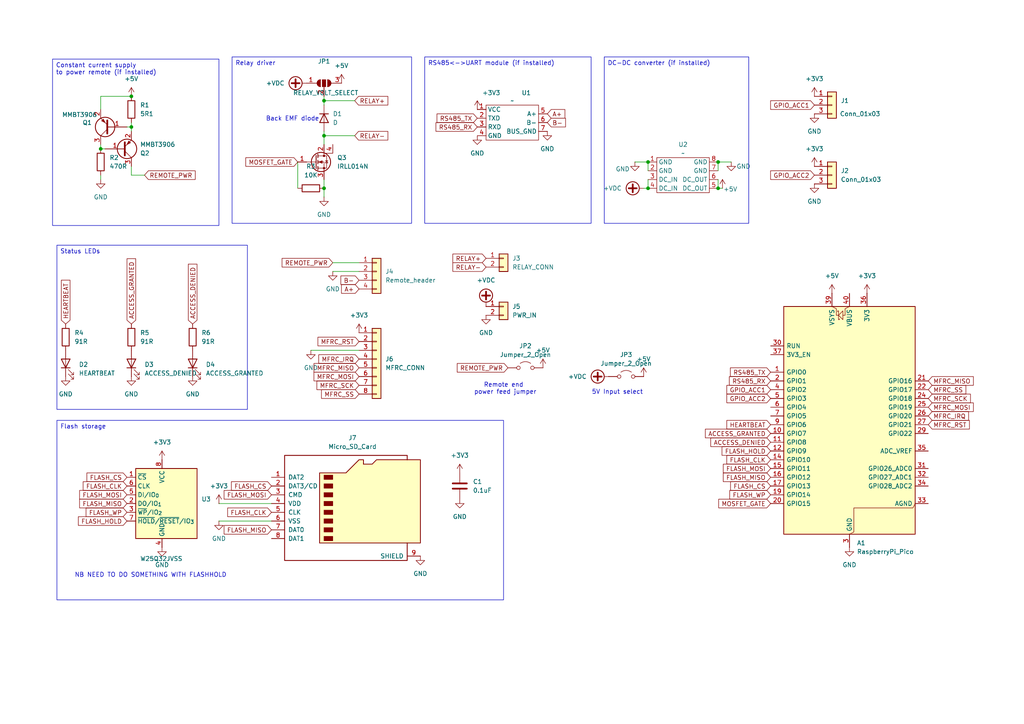
<source format=kicad_sch>
(kicad_sch (version 20250114) (generator "eeschema") (generator_version "9.0")
  (paper "A4")
  (lib_symbols
    (symbol "Connector:Micro_SD_Card" (pin_names (offset 1.016))
      (property "Reference" "J" (at -16.51 15.24 0))
      (property "Value" "Micro_SD_Card" (at 16.51 15.24 0))
      (symbol "Micro_SD_Card_0_1"
        (polyline (pts (xy -8.89 -11.43) (xy -8.89 8.89) (xy -1.27 8.89) (xy 2.54 12.7) (xy 3.81 12.7) (xy 3.81 11.43) (xy 6.35 11.43) (xy 7.62 12.7) (xy 20.32 12.7) (xy 20.32 -11.43) (xy -8.89 -11.43)) (stroke (width 0.254)) (fill (type background)))
        (rectangle (start -7.62 8.255) (end -5.08 6.985) (fill (type outline)))
        (rectangle (start -7.62 5.715) (end -5.08 4.445) (fill (type outline)))
        (rectangle (start -7.62 3.175) (end -5.08 1.905) (fill (type outline)))
        (rectangle (start -7.62 0.635) (end -5.08 -0.635) (fill (type outline)))
        (rectangle (start -7.62 -1.905) (end -5.08 -3.175) (fill (type outline)))
        (rectangle (start -7.62 -4.445) (end -5.08 -5.715) (fill (type outline)))
        (rectangle (start -7.62 -6.985) (end -5.08 -8.255) (fill (type outline)))
        (rectangle (start -7.62 -9.525) (end -5.08 -10.795) (fill (type outline)))
        (polyline (pts (xy 16.51 12.7) (xy 16.51 13.97) (xy -19.05 13.97) (xy -19.05 -16.51) (xy 16.51 -16.51) (xy 16.51 -11.43)) (stroke (width 0.254)))
      )
      (symbol "Micro_SD_Card_1_1"
        (pin bidirectional line (at -22.86 7.62 0) (length 3.81) (name "DAT2") (number "1"))
        (pin bidirectional line (at -22.86 5.08 0) (length 3.81) (name "DAT3/CD") (number "2"))
        (pin input line (at -22.86 2.54 0) (length 3.81) (name "CMD") (number "3"))
        (pin power_in line (at -22.86 0 0) (length 3.81) (name "VDD") (number "4"))
        (pin input line (at -22.86 -2.54 0) (length 3.81) (name "CLK") (number "5"))
        (pin power_in line (at -22.86 -5.08 0) (length 3.81) (name "VSS") (number "6"))
        (pin bidirectional line (at -22.86 -7.62 0) (length 3.81) (name "DAT0") (number "7"))
        (pin bidirectional line (at -22.86 -10.16 0) (length 3.81) (name "DAT1") (number "8"))
        (pin passive line (at 20.32 -15.24 180) (length 3.81) (name "SHIELD") (number "9"))
      )
    )
    (symbol "Connector_Generic:Conn_01x02" (pin_names (offset 1.016) (hide yes))
      (property "Reference" "J" (at 0 2.54 0))
      (property "Value" "Conn_01x02" (at 0 -5.08 0))
      (symbol "Conn_01x02_1_1"
        (rectangle (start -1.27 1.27) (end 1.27 -3.81) (stroke (width 0.254)) (fill (type background)))
        (rectangle (start -1.27 0.127) (end 0 -0.127) (stroke (width 0.1524)))
        (rectangle (start -1.27 -2.413) (end 0 -2.667) (stroke (width 0.1524)))
        (pin passive line (at -5.08 0 0) (length 3.81) (name "Pin_1") (number "1"))
        (pin passive line (at -5.08 -2.54 0) (length 3.81) (name "Pin_2") (number "2"))
      )
    )
    (symbol "Connector_Generic:Conn_01x03" (pin_names (offset 1.016) (hide yes))
      (property "Reference" "J" (at 0 5.08 0))
      (property "Value" "Conn_01x03" (at 0 -5.08 0))
      (symbol "Conn_01x03_1_1"
        (rectangle (start -1.27 3.81) (end 1.27 -3.81) (stroke (width 0.254)) (fill (type background)))
        (rectangle (start -1.27 2.667) (end 0 2.413) (stroke (width 0.1524)))
        (rectangle (start -1.27 0.127) (end 0 -0.127) (stroke (width 0.1524)))
        (rectangle (start -1.27 -2.413) (end 0 -2.667) (stroke (width 0.1524)))
        (pin passive line (at -5.08 2.54 0) (length 3.81) (name "Pin_1") (number "1"))
        (pin passive line (at -5.08 0 0) (length 3.81) (name "Pin_2") (number "2"))
        (pin passive line (at -5.08 -2.54 0) (length 3.81) (name "Pin_3") (number "3"))
      )
    )
    (symbol "Connector_Generic:Conn_01x04" (pin_names (offset 1.016) (hide yes))
      (property "Reference" "J" (at 0 5.08 0))
      (property "Value" "Conn_01x04" (at 0 -7.62 0))
      (symbol "Conn_01x04_1_1"
        (rectangle (start -1.27 3.81) (end 1.27 -6.35) (stroke (width 0.254)) (fill (type background)))
        (rectangle (start -1.27 2.667) (end 0 2.413) (stroke (width 0.1524)))
        (rectangle (start -1.27 0.127) (end 0 -0.127) (stroke (width 0.1524)))
        (rectangle (start -1.27 -2.413) (end 0 -2.667) (stroke (width 0.1524)))
        (rectangle (start -1.27 -4.953) (end 0 -5.207) (stroke (width 0.1524)))
        (pin passive line (at -5.08 2.54 0) (length 3.81) (name "Pin_1") (number "1"))
        (pin passive line (at -5.08 0 0) (length 3.81) (name "Pin_2") (number "2"))
        (pin passive line (at -5.08 -2.54 0) (length 3.81) (name "Pin_3") (number "3"))
        (pin passive line (at -5.08 -5.08 0) (length 3.81) (name "Pin_4") (number "4"))
      )
    )
    (symbol "Connector_Generic:Conn_01x08" (pin_names (offset 1.016) (hide yes))
      (property "Reference" "J" (at 0 10.16 0))
      (property "Value" "Conn_01x08" (at 0 -12.7 0))
      (symbol "Conn_01x08_1_1"
        (rectangle (start -1.27 8.89) (end 1.27 -11.43) (stroke (width 0.254)) (fill (type background)))
        (rectangle (start -1.27 7.747) (end 0 7.493) (stroke (width 0.1524)))
        (rectangle (start -1.27 5.207) (end 0 4.953) (stroke (width 0.1524)))
        (rectangle (start -1.27 2.667) (end 0 2.413) (stroke (width 0.1524)))
        (rectangle (start -1.27 0.127) (end 0 -0.127) (stroke (width 0.1524)))
        (rectangle (start -1.27 -2.413) (end 0 -2.667) (stroke (width 0.1524)))
        (rectangle (start -1.27 -4.953) (end 0 -5.207) (stroke (width 0.1524)))
        (rectangle (start -1.27 -7.493) (end 0 -7.747) (stroke (width 0.1524)))
        (rectangle (start -1.27 -10.033) (end 0 -10.287) (stroke (width 0.1524)))
        (pin passive line (at -5.08 7.62 0) (length 3.81) (name "Pin_1") (number "1"))
        (pin passive line (at -5.08 5.08 0) (length 3.81) (name "Pin_2") (number "2"))
        (pin passive line (at -5.08 2.54 0) (length 3.81) (name "Pin_3") (number "3"))
        (pin passive line (at -5.08 0 0) (length 3.81) (name "Pin_4") (number "4"))
        (pin passive line (at -5.08 -2.54 0) (length 3.81) (name "Pin_5") (number "5"))
        (pin passive line (at -5.08 -5.08 0) (length 3.81) (name "Pin_6") (number "6"))
        (pin passive line (at -5.08 -7.62 0) (length 3.81) (name "Pin_7") (number "7"))
        (pin passive line (at -5.08 -10.16 0) (length 3.81) (name "Pin_8") (number "8"))
      )
    )
    (symbol "Device:C" (pin_numbers (hide yes)) (pin_names (offset 0.254))
      (property "Reference" "C" (at 0.635 2.54 0))
      (property "Value" "C" (at 0.635 -2.54 0))
      (symbol "C_0_1"
        (polyline (pts (xy -2.032 0.762) (xy 2.032 0.762)) (stroke (width 0.508)))
        (polyline (pts (xy -2.032 -0.762) (xy 2.032 -0.762)) (stroke (width 0.508)))
      )
      (symbol "C_1_1"
        (pin passive line (at 0 3.81 270) (length 2.794) (name "~") (number "1"))
        (pin passive line (at 0 -3.81 90) (length 2.794) (name "~") (number "2"))
      )
    )
    (symbol "Device:D" (pin_numbers (hide yes)) (pin_names (offset 1.016) (hide yes))
      (property "Reference" "D" (at 0 2.54 0))
      (property "Value" "D" (at 0 -2.54 0))
      (symbol "D_0_1"
        (polyline (pts (xy -1.27 1.27) (xy -1.27 -1.27)) (stroke (width 0.254)))
        (polyline (pts (xy 1.27 1.27) (xy 1.27 -1.27) (xy -1.27 0) (xy 1.27 1.27)) (stroke (width 0.254)))
        (polyline (pts (xy 1.27 0) (xy -1.27 0)))
      )
      (symbol "D_1_1"
        (pin passive line (at -3.81 0 0) (length 2.54) (name "K") (number "1"))
        (pin passive line (at 3.81 0 180) (length 2.54) (name "A") (number "2"))
      )
    )
    (symbol "Device:LED" (pin_numbers (hide yes)) (pin_names (offset 1.016) (hide yes))
      (property "Reference" "D" (at 0 2.54 0))
      (property "Value" "LED" (at 0 -2.54 0))
      (symbol "LED_0_1"
        (polyline (pts (xy -3.048 -0.762) (xy -4.572 -2.286) (xy -3.81 -2.286) (xy -4.572 -2.286) (xy -4.572 -1.524)))
        (polyline (pts (xy -1.778 -0.762) (xy -3.302 -2.286) (xy -2.54 -2.286) (xy -3.302 -2.286) (xy -3.302 -1.524)))
        (polyline (pts (xy -1.27 0) (xy 1.27 0)))
        (polyline (pts (xy -1.27 -1.27) (xy -1.27 1.27)) (stroke (width 0.254)))
        (polyline (pts (xy 1.27 -1.27) (xy 1.27 1.27) (xy -1.27 0) (xy 1.27 -1.27)) (stroke (width 0.254)))
      )
      (symbol "LED_1_1"
        (pin passive line (at -3.81 0 0) (length 2.54) (name "K") (number "1"))
        (pin passive line (at 3.81 0 180) (length 2.54) (name "A") (number "2"))
      )
    )
    (symbol "Device:R" (pin_numbers (hide yes)) (pin_names (offset 0))
      (property "Reference" "R" (at 2.032 0 90))
      (property "Value" "R" (at 0 0 90))
      (symbol "R_0_1"
        (rectangle (start -1.016 -2.54) (end 1.016 2.54) (stroke (width 0.254)))
      )
      (symbol "R_1_1"
        (pin passive line (at 0 3.81 270) (length 1.27) (name "~") (number "1"))
        (pin passive line (at 0 -3.81 90) (length 1.27) (name "~") (number "2"))
      )
    )
    (symbol "GND_4" (power) (pin_numbers (hide yes)) (pin_names (offset 0) (hide yes))
      (property "Value" "GND" (at 0 -3.81 0))
      (symbol "GND_4_0_1"
        (polyline (pts (xy 0 0) (xy 0 -1.27) (xy 1.27 -1.27) (xy 0 -2.54) (xy -1.27 -1.27) (xy 0 -1.27)))
      )
      (symbol "GND_4_1_1"
        (pin power_in line (at 0 0 270) (length 0) (name "~") (number "1"))
      )
    )
    (symbol "Jumper:Jumper_2_Open" (pin_numbers (hide yes)) (pin_names (offset 0) (hide yes))
      (property "Reference" "JP" (at 0 2.794 0))
      (property "Value" "Jumper_2_Open" (at 0 -2.286 0))
      (symbol "Jumper_2_Open_0_0"
        (circle (center -2.032 0) (radius 0.508))
        (circle (center 2.032 0) (radius 0.508))
      )
      (symbol "Jumper_2_Open_0_1"
        (arc (start -1.524 1.27) (mid 0 1.778) (end 1.524 1.27))
      )
      (symbol "Jumper_2_Open_1_1"
        (pin passive line (at -5.08 0 0) (length 2.54) (name "A") (number "1"))
        (pin passive line (at 5.08 0 180) (length 2.54) (name "B") (number "2"))
      )
    )
    (symbol "Jumper:SolderJumper_3_Open" (pin_names (offset 0) (hide yes)) (in_bom no)
      (property "Reference" "JP" (at -2.54 -2.54 0))
      (property "Value" "SolderJumper_3_Open" (at 0 2.794 0))
      (symbol "SolderJumper_3_Open_0_1"
        (polyline (pts (xy -2.54 0) (xy -2.032 0)))
        (polyline (pts (xy -1.016 1.016) (xy -1.016 -1.016)))
        (arc (start -1.016 -1.016) (mid -2.0276 0) (end -1.016 1.016))
        (arc (start -1.016 -1.016) (mid -2.0276 0) (end -1.016 1.016) (fill (type outline)))
        (rectangle (start -0.508 1.016) (end 0.508 -1.016) (fill (type outline)))
        (polyline (pts (xy 0 -1.27) (xy 0 -1.016)))
        (arc (start 1.016 1.016) (mid 2.0276 0) (end 1.016 -1.016))
        (arc (start 1.016 1.016) (mid 2.0276 0) (end 1.016 -1.016) (fill (type outline)))
        (polyline (pts (xy 1.016 1.016) (xy 1.016 -1.016)))
        (polyline (pts (xy 2.54 0) (xy 2.032 0)))
      )
      (symbol "SolderJumper_3_Open_1_1"
        (pin passive line (at -5.08 0 0) (length 2.54) (name "A") (number "1"))
        (pin passive line (at 0 -3.81 90) (length 2.54) (name "C") (number "2"))
        (pin passive line (at 5.08 0 180) (length 2.54) (name "B") (number "3"))
      )
    )
    (symbol "MCU_Module:RaspberryPi_Pico" (pin_names (offset 0.762))
      (property "Reference" "A" (at -19.05 35.56 0))
      (property "Value" "RaspberryPi_Pico" (at 7.62 35.56 0))
      (symbol "RaspberryPi_Pico_0_1"
        (rectangle (start -19.05 34.29) (end 19.05 -31.75) (stroke (width 0.254)) (fill (type background)))
        (polyline (pts (xy -5.08 34.29) (xy -3.81 33.655) (xy -3.81 31.75) (xy -3.175 31.75)))
        (polyline (pts (xy -3.429 32.766) (xy -3.429 33.02) (xy -3.175 33.02) (xy -3.175 30.48) (xy -2.921 30.48) (xy -2.921 30.734)))
        (polyline (pts (xy -3.175 31.75) (xy -1.905 33.02) (xy -1.905 30.48) (xy -3.175 31.75)))
        (polyline (pts (xy 0 34.29) (xy -1.27 33.655) (xy -1.27 31.75) (xy -1.905 31.75)))
        (polyline (pts (xy 0 -31.75) (xy 1.27 -31.115) (xy 1.27 -24.13) (xy 18.415 -24.13) (xy 19.05 -22.86)))
      )
      (symbol "RaspberryPi_Pico_1_1"
        (pin passive line (at -22.86 22.86 0) (length 3.81) (name "RUN") (number "30"))
        (pin passive line (at -22.86 20.32 0) (length 3.81) (name "3V3_EN") (number "37"))
        (pin bidirectional line (at -22.86 15.24 0) (length 3.81) (name "GPIO0") (number "1"))
        (pin bidirectional line (at -22.86 12.7 0) (length 3.81) (name "GPIO1") (number "2"))
        (pin bidirectional line (at -22.86 10.16 0) (length 3.81) (name "GPIO2") (number "4"))
        (pin bidirectional line (at -22.86 7.62 0) (length 3.81) (name "GPIO3") (number "5"))
        (pin bidirectional line (at -22.86 5.08 0) (length 3.81) (name "GPIO4") (number "6"))
        (pin bidirectional line (at -22.86 2.54 0) (length 3.81) (name "GPIO5") (number "7"))
        (pin bidirectional line (at -22.86 0 0) (length 3.81) (name "GPIO6") (number "9"))
        (pin bidirectional line (at -22.86 -2.54 0) (length 3.81) (name "GPIO7") (number "10"))
        (pin bidirectional line (at -22.86 -5.08 0) (length 3.81) (name "GPIO8") (number "11"))
        (pin bidirectional line (at -22.86 -7.62 0) (length 3.81) (name "GPIO9") (number "12"))
        (pin bidirectional line (at -22.86 -10.16 0) (length 3.81) (name "GPIO10") (number "14"))
        (pin bidirectional line (at -22.86 -12.7 0) (length 3.81) (name "GPIO11") (number "15"))
        (pin bidirectional line (at -22.86 -15.24 0) (length 3.81) (name "GPIO12") (number "16"))
        (pin bidirectional line (at -22.86 -17.78 0) (length 3.81) (name "GPIO13") (number "17"))
        (pin bidirectional line (at -22.86 -20.32 0) (length 3.81) (name "GPIO14") (number "19"))
        (pin bidirectional line (at -22.86 -22.86 0) (length 3.81) (name "GPIO15") (number "20"))
        (pin power_in line (at -5.08 38.1 270) (length 3.81) (name "VSYS") (number "39"))
        (pin power_out line (at 0 38.1 270) (length 3.81) (name "VBUS") (number "40"))
        (pin passive line (at 0 -35.56 90) (length 3.81) (hide yes) (name "GND") (number "13"))
        (pin passive line (at 0 -35.56 90) (length 3.81) (hide yes) (name "GND") (number "18"))
        (pin passive line (at 0 -35.56 90) (length 3.81) (hide yes) (name "GND") (number "23"))
        (pin passive line (at 0 -35.56 90) (length 3.81) (hide yes) (name "GND") (number "28"))
        (pin power_out line (at 0 -35.56 90) (length 3.81) (name "GND") (number "3"))
        (pin passive line (at 0 -35.56 90) (length 3.81) (hide yes) (name "GND") (number "38"))
        (pin passive line (at 0 -35.56 90) (length 3.81) (hide yes) (name "GND") (number "8"))
        (pin power_out line (at 5.08 38.1 270) (length 3.81) (name "3V3") (number "36"))
        (pin bidirectional line (at 22.86 12.7 180) (length 3.81) (name "GPIO16") (number "21"))
        (pin bidirectional line (at 22.86 10.16 180) (length 3.81) (name "GPIO17") (number "22"))
        (pin bidirectional line (at 22.86 7.62 180) (length 3.81) (name "GPIO18") (number "24"))
        (pin bidirectional line (at 22.86 5.08 180) (length 3.81) (name "GPIO19") (number "25"))
        (pin bidirectional line (at 22.86 2.54 180) (length 3.81) (name "GPIO20") (number "26"))
        (pin bidirectional line (at 22.86 0 180) (length 3.81) (name "GPIO21") (number "27"))
        (pin bidirectional line (at 22.86 -2.54 180) (length 3.81) (name "GPIO22") (number "29"))
        (pin power_in line (at 22.86 -7.62 180) (length 3.81) (name "ADC_VREF") (number "35"))
        (pin bidirectional line (at 22.86 -12.7 180) (length 3.81) (name "GPIO26_ADC0") (number "31"))
        (pin bidirectional line (at 22.86 -15.24 180) (length 3.81) (name "GPIO27_ADC1") (number "32"))
        (pin bidirectional line (at 22.86 -17.78 180) (length 3.81) (name "GPIO28_ADC2") (number "34"))
        (pin power_out line (at 22.86 -22.86 180) (length 3.81) (name "AGND") (number "33"))
      )
    )
    (symbol "Memory_Flash:W25Q32JVSS"
      (property "Reference" "U" (at -6.35 11.43 0))
      (property "Value" "W25Q32JVSS" (at 7.62 11.43 0))
      (symbol "W25Q32JVSS_0_1"
        (rectangle (start -7.62 10.16) (end 10.16 -10.16) (stroke (width 0.254)) (fill (type background)))
      )
      (symbol "W25Q32JVSS_1_1"
        (pin input line (at -10.16 7.62 0) (length 2.54) (name "~{CS}") (number "1"))
        (pin input line (at -10.16 5.08 0) (length 2.54) (name "CLK") (number "6"))
        (pin bidirectional line (at -10.16 2.54 0) (length 2.54) (name "DI/IO_{0}") (number "5"))
        (pin bidirectional line (at -10.16 0 0) (length 2.54) (name "DO/IO_{1}") (number "2"))
        (pin bidirectional line (at -10.16 -2.54 0) (length 2.54) (name "~{WP}/IO_{2}") (number "3"))
        (pin bidirectional line (at -10.16 -5.08 0) (length 2.54) (name "~{HOLD}/~{RESET}/IO_{3}") (number "7"))
        (pin power_in line (at 0 12.7 270) (length 2.54) (name "VCC") (number "8"))
        (pin power_in line (at 0 -12.7 90) (length 2.54) (name "GND") (number "4"))
      )
    )
    (symbol "RS485_to_ttl:RS485_to_ttl"
      (property "Reference" "U" (at 0 -12.446 0))
      (symbol "RS485_to_ttl_0_1"
        (rectangle (start -7.62 5.08) (end 7.62 -5.08))
      )
      (symbol "RS485_to_ttl_1_1"
        (pin power_in line (at -10.16 3.81 0) (length 2.54) (name "VCC") (number "1"))
        (pin input line (at -10.16 1.27 0) (length 2.54) (name "TXD") (number "2"))
        (pin output line (at -10.16 -1.27 0) (length 2.54) (name "RXD") (number "3"))
        (pin power_in line (at -10.16 -3.81 0) (length 2.54) (name "GND") (number "4"))
        (pin bidirectional line (at 10.16 2.54 180) (length 2.54) (name "A+") (number "5"))
        (pin bidirectional line (at 10.16 0 180) (length 2.54) (name "B-") (number "6"))
        (pin power_in line (at 10.16 -2.54 180) (length 2.54) (name "BUS_GND") (number "7"))
      )
    )
    (symbol "Transistor_BJT:MMBT3906" (pin_names (offset 0) (hide yes))
      (property "Reference" "Q" (at 5.08 1.905 0))
      (property "Value" "MMBT3906" (at 5.08 0 0))
      (symbol "MMBT3906_0_1"
        (polyline (pts (xy 0.635 1.905) (xy 0.635 -1.905) (xy 0.635 -1.905)) (stroke (width 0.508)))
        (polyline (pts (xy 0.635 0.635) (xy 2.54 2.54)))
        (polyline (pts (xy 0.635 -0.635) (xy 2.54 -2.54) (xy 2.54 -2.54)))
        (circle (center 1.27 0) (radius 2.8194) (stroke (width 0.254)))
        (polyline (pts (xy 2.286 -1.778) (xy 1.778 -2.286) (xy 1.27 -1.27) (xy 2.286 -1.778) (xy 2.286 -1.778)) (fill (type outline)))
      )
      (symbol "MMBT3906_1_1"
        (pin input line (at -5.08 0 0) (length 5.715) (name "B") (number "1"))
        (pin passive line (at 2.54 5.08 270) (length 2.54) (name "C") (number "3"))
        (pin passive line (at 2.54 -5.08 90) (length 2.54) (name "E") (number "2"))
      )
    )
    (symbol "Transistor_FET:Q_NMOS_GDSD" (pin_names (offset 0) (hide yes))
      (property "Reference" "Q" (at 5.08 1.905 0))
      (property "Value" "Q_NMOS_GDSD" (at 5.08 0 0))
      (symbol "Q_NMOS_GDSD_0_1"
        (polyline (pts (xy 0.254 1.905) (xy 0.254 -1.905)) (stroke (width 0.254)))
        (polyline (pts (xy 0.254 0) (xy -2.54 0)))
        (polyline (pts (xy 0.762 2.286) (xy 0.762 1.27)) (stroke (width 0.254)))
        (polyline (pts (xy 0.762 0.508) (xy 0.762 -0.508)) (stroke (width 0.254)))
        (polyline (pts (xy 0.762 -1.27) (xy 0.762 -2.286)) (stroke (width 0.254)))
        (polyline (pts (xy 0.762 -1.778) (xy 3.302 -1.778) (xy 3.302 1.778) (xy 0.762 1.778)))
        (polyline (pts (xy 1.016 0) (xy 2.032 0.381) (xy 2.032 -0.381) (xy 1.016 0)) (fill (type outline)))
        (circle (center 1.651 0) (radius 2.794) (stroke (width 0.254)))
        (circle (center 2.54 1.778) (radius 0.254) (fill (type outline)))
        (circle (center 2.54 -1.778) (radius 0.254) (fill (type outline)))
        (polyline (pts (xy 2.54 -2.54) (xy 2.54 0) (xy 0.762 0)))
        (polyline (pts (xy 2.921 0.381) (xy 3.683 0.381)))
        (polyline (pts (xy 3.302 0.381) (xy 2.921 -0.254) (xy 3.683 -0.254) (xy 3.302 0.381)))
        (polyline (pts (xy 5.08 2.54) (xy 2.54 2.54) (xy 2.54 1.778)))
      )
      (symbol "Q_NMOS_GDSD_1_1"
        (pin input line (at -5.08 0 0) (length 2.54) (name "G") (number "1"))
        (pin passive line (at 2.54 5.08 270) (length 2.54) (name "D") (number "2"))
        (pin passive line (at 2.54 -5.08 90) (length 2.54) (name "S") (number "3"))
        (pin passive line (at 5.08 5.08 270) (length 2.54) (name "D") (number "4"))
      )
    )
    (symbol "dc_dc:HW-1338"
      (property "Reference" "U" (at 0 0 0))
      (symbol "HW-1338_0_1"
        (rectangle (start -7.62 6.35) (end 7.62 -3.81))
      )
      (symbol "HW-1338_1_1"
        (pin input line (at -10.16 5.08 0) (length 2.54) (name "GND") (number "1"))
        (pin input line (at -10.16 2.54 0) (length 2.54) (name "GND") (number "2"))
        (pin input line (at -10.16 0 0) (length 2.54) (name "DC_IN") (number "3"))
        (pin input line (at -10.16 -2.54 0) (length 2.54) (name "DC_IN") (number "4"))
        (pin output line (at 10.16 5.08 180) (length 2.54) (name "GND") (number "8"))
        (pin output line (at 10.16 2.54 180) (length 2.54) (name "GND") (number "7"))
        (pin output line (at 10.16 0 180) (length 2.54) (name "DC_OUT") (number "6"))
        (pin output line (at 10.16 -2.54 180) (length 2.54) (name "DC_OUT") (number "5"))
      )
    )
    (symbol "power:+3V3" (power) (pin_numbers (hide yes)) (pin_names (offset 0) (hide yes))
      (property "Value" "+3V3" (at 0 3.556 0))
      (symbol "+3V3_0_1"
        (polyline (pts (xy -0.762 1.27) (xy 0 2.54)))
        (polyline (pts (xy 0 2.54) (xy 0.762 1.27)))
        (polyline (pts (xy 0 0) (xy 0 2.54)))
      )
      (symbol "+3V3_1_1"
        (pin power_in line (at 0 0 90) (length 0) (name "~") (number "1"))
      )
    )
    (symbol "power:+5V" (power) (pin_numbers (hide yes)) (pin_names (offset 0) (hide yes))
      (property "Value" "+5V" (at 0 3.556 0))
      (symbol "+5V_0_1"
        (polyline (pts (xy -0.762 1.27) (xy 0 2.54)))
        (polyline (pts (xy 0 2.54) (xy 0.762 1.27)))
        (polyline (pts (xy 0 0) (xy 0 2.54)))
      )
      (symbol "+5V_1_1"
        (pin power_in line (at 0 0 90) (length 0) (name "~") (number "1"))
      )
    )
    (symbol "power:+VDC" (power) (pin_numbers (hide yes)) (pin_names (offset 0) (hide yes))
      (property "Value" "+VDC" (at 0 6.35 0))
      (symbol "+VDC_0_1"
        (polyline (pts (xy -1.143 3.175) (xy 1.143 3.175)) (stroke (width 0.508)))
        (circle (center 0 3.175) (radius 1.905) (stroke (width 0.254)))
        (polyline (pts (xy 0 2.032) (xy 0 4.318)) (stroke (width 0.508)))
        (polyline (pts (xy 0 0) (xy 0 1.27)))
      )
      (symbol "+VDC_1_1"
        (pin power_in line (at 0 0 90) (length 0) (name "~") (number "1"))
      )
    )
    (symbol "power:GND" (power) (pin_numbers (hide yes)) (pin_names (offset 0) (hide yes))
      (property "Value" "GND" (at 0 -3.81 0))
      (symbol "GND_0_1"
        (polyline (pts (xy 0 0) (xy 0 -1.27) (xy 1.27 -1.27) (xy 0 -2.54) (xy -1.27 -1.27) (xy 0 -1.27)))
      )
      (symbol "GND_1_1"
        (pin power_in line (at 0 0 270) (length 0) (name "~") (number "1"))
      )
    )
  )
  (text "NB NEED TO DO SOMETHING WITH FLASHHOLD" (at 43.688 166.878 0) (effects (font (size 1.27 1.27))))
  (text "Back EMF diode" (at 84.836 34.544 0) (effects (font (size 1.27 1.27))))
  (text "Remote end \npower feed jumper" (at 146.558 112.776 0) (effects (font (size 1.27 1.27))))
  (text "5V Input select" (at 179.07 113.792 0) (effects (font (size 1.27 1.27))))
  (text_box "Status LEDs" (at 16.51 71.12 0) (size 55.245 47.625) (margins 0.9525 0.9525 0.9525 0.9525) (effects (font (size 1.27 1.27)) (justify left top)))
  (text_box "DC-DC converter (if installed)" (at 175.26 16.51 0) (size 41.91 48.26) (margins 0.9525 0.9525 0.9525 0.9525) (effects (font (size 1.27 1.27)) (justify left top)))
  (text_box "Relay driver" (at 67.31 16.51 0) (size 52.07 48.26) (margins 0.9525 0.9525 0.9525 0.9525) (effects (font (size 1.27 1.27)) (justify left top)))
  (text_box "RS485<->UART module (if installed)" (at 123.19 16.51 0) (size 48.26 48.26) (margins 0.9525 0.9525 0.9525 0.9525) (effects (font (size 1.27 1.27)) (justify left top)))
  (text_box "Flash storage" (at 16.51 121.92 0) (size 129.54 52.07) (margins 0.9525 0.9525 0.9525 0.9525) (effects (font (size 1.27 1.27)) (justify left top)))
  (text_box "Constant current supply\nto power remote (if installed)" (at 15.24 17.145 0) (size 48.26 48.26) (margins 0.9525 0.9525 0.9525 0.9525) (effects (font (size 1.27 1.27)) (justify left top)))
  (junction (at 93.98 39.37))
  (junction (at 29.21 43.18))
  (junction (at 208.28 54.61))
  (junction (at 38.1 36.83))
  (junction (at 208.28 46.99))
  (junction (at 187.96 46.99))
  (junction (at 38.1 27.94))
  (junction (at 93.98 29.21))
  (junction (at 187.96 54.61))
  (junction (at 93.98 54.61))
  (wire (pts (xy 208.28 54.61) (xy 209.55 54.61)))
  (wire (pts (xy 38.1 36.83) (xy 38.1 38.1)))
  (wire (pts (xy 208.28 46.99) (xy 208.28 49.53)))
  (wire (pts (xy 29.21 41.91) (xy 29.21 43.18)))
  (wire (pts (xy 93.98 39.37) (xy 93.98 38.1)))
  (wire (pts (xy 29.21 50.8) (xy 29.21 52.07)))
  (wire (pts (xy 38.1 35.56) (xy 38.1 36.83)))
  (wire (pts (xy 208.28 52.07) (xy 208.28 54.61)))
  (wire (pts (xy 96.52 78.74) (xy 104.14 78.74)))
  (wire (pts (xy 93.98 27.94) (xy 93.98 29.21)))
  (wire (pts (xy 187.96 46.99) (xy 187.96 49.53)))
  (wire (pts (xy 63.5 146.05) (xy 78.74 146.05)))
  (wire (pts (xy 93.98 29.21) (xy 93.98 30.48)))
  (wire (pts (xy 184.15 46.99) (xy 187.96 46.99)))
  (wire (pts (xy 29.21 27.94) (xy 29.21 31.75)))
  (wire (pts (xy 86.36 46.99) (xy 86.36 54.61)))
  (wire (pts (xy 63.5 151.13) (xy 78.74 151.13)))
  (wire (pts (xy 90.17 101.6) (xy 104.14 101.6)))
  (wire (pts (xy 38.1 27.94) (xy 29.21 27.94)))
  (wire (pts (xy 38.1 48.26) (xy 38.1 50.8)))
  (wire (pts (xy 208.28 46.99) (xy 212.09 46.99)))
  (wire (pts (xy 186.69 54.61) (xy 187.96 54.61)))
  (wire (pts (xy 93.98 57.15) (xy 93.98 54.61)))
  (wire (pts (xy 187.96 52.07) (xy 187.96 54.61)))
  (wire (pts (xy 93.98 39.37) (xy 102.87 39.37)))
  (wire (pts (xy 29.21 43.18) (xy 30.48 43.18)))
  (wire (pts (xy 93.98 54.61) (xy 93.98 52.07)))
  (wire (pts (xy 93.98 39.37) (xy 93.98 41.91)))
  (wire (pts (xy 38.1 50.8) (xy 41.91 50.8)))
  (wire (pts (xy 102.87 29.21) (xy 93.98 29.21)))
  (wire (pts (xy 96.52 76.2) (xy 104.14 76.2)))
  (wire (pts (xy 36.83 36.83) (xy 38.1 36.83)))
  (global_label "RS485_RX" (shape input) (at 223.52 110.49 180) (property "Intersheetrefs" "${INTERSHEET_REFS}" (effects (hide yes))))
  (global_label "MFRC_IRQ" (shape input) (at 269.24 120.65 0) (property "Intersheetrefs" "${INTERSHEET_REFS}" (effects (hide yes))))
  (global_label "RELAY-" (shape input) (at 102.87 39.37 0) (property "Intersheetrefs" "${INTERSHEET_REFS}" (effects (hide yes))))
  (global_label "HEARTBEAT" (shape input) (at 223.52 123.19 180) (property "Intersheetrefs" "${INTERSHEET_REFS}" (effects (hide yes))))
  (global_label "MOSFET_GATE" (shape input) (at 86.36 46.99 180) (property "Intersheetrefs" "${INTERSHEET_REFS}" (effects (hide yes))))
  (global_label "REMOTE_PWR" (shape input) (at 41.91 50.8 0) (property "Intersheetrefs" "${INTERSHEET_REFS}" (effects (hide yes))))
  (global_label "ACCESS_DENIED" (shape input) (at 55.88 93.98 90) (property "Intersheetrefs" "${INTERSHEET_REFS}" (effects (hide yes))))
  (global_label "GPIO_ACC1" (shape input) (at 223.52 113.03 180) (property "Intersheetrefs" "${INTERSHEET_REFS}" (effects (hide yes))))
  (global_label "MFRC_RST" (shape input) (at 269.24 123.19 0) (property "Intersheetrefs" "${INTERSHEET_REFS}" (effects (hide yes))))
  (global_label "GPIO_ACC2" (shape input) (at 236.22 50.8 180) (property "Intersheetrefs" "${INTERSHEET_REFS}" (effects (hide yes))))
  (global_label "MFRC_MISO" (shape input) (at 104.14 106.68 180) (property "Intersheetrefs" "${INTERSHEET_REFS}" (effects (hide yes))))
  (global_label "MFRC_SCK" (shape input) (at 104.14 111.76 180) (property "Intersheetrefs" "${INTERSHEET_REFS}" (effects (hide yes))))
  (global_label "FLASH_CLK" (shape input) (at 36.83 140.97 180) (property "Intersheetrefs" "${INTERSHEET_REFS}" (effects (hide yes))))
  (global_label "MFRC_SCK" (shape input) (at 269.24 115.57 0) (property "Intersheetrefs" "${INTERSHEET_REFS}" (effects (hide yes))))
  (global_label "REMOTE_PWR" (shape input) (at 147.32 106.68 180) (property "Intersheetrefs" "${INTERSHEET_REFS}" (effects (hide yes))))
  (global_label "FLASH_HOLD" (shape input) (at 223.52 130.81 180) (property "Intersheetrefs" "${INTERSHEET_REFS}" (effects (hide yes))))
  (global_label "MFRC_IRQ" (shape input) (at 104.14 104.14 180) (property "Intersheetrefs" "${INTERSHEET_REFS}" (effects (hide yes))))
  (global_label "FLASH_MISO" (shape input) (at 223.52 138.43 180) (property "Intersheetrefs" "${INTERSHEET_REFS}" (effects (hide yes))))
  (global_label "B-" (shape input) (at 104.14 81.28 180) (property "Intersheetrefs" "${INTERSHEET_REFS}" (effects (hide yes))))
  (global_label "FLASH_CS" (shape input) (at 36.83 138.43 180) (property "Intersheetrefs" "${INTERSHEET_REFS}" (effects (hide yes))))
  (global_label "A+" (shape input) (at 104.14 83.82 180) (property "Intersheetrefs" "${INTERSHEET_REFS}" (effects (hide yes))))
  (global_label "FLASH_MOSI" (shape input) (at 78.74 143.51 180) (property "Intersheetrefs" "${INTERSHEET_REFS}" (effects (hide yes))))
  (global_label "FLASH_CS" (shape input) (at 223.52 140.97 180) (property "Intersheetrefs" "${INTERSHEET_REFS}" (effects (hide yes))))
  (global_label "GPIO_ACC1" (shape input) (at 236.22 30.48 180) (property "Intersheetrefs" "${INTERSHEET_REFS}" (effects (hide yes))))
  (global_label "RS485_RX" (shape input) (at 138.43 36.83 180) (property "Intersheetrefs" "${INTERSHEET_REFS}" (effects (hide yes))))
  (global_label "ACCESS_DENIED" (shape input) (at 223.52 128.27 180) (property "Intersheetrefs" "${INTERSHEET_REFS}" (effects (hide yes))))
  (global_label "B-" (shape input) (at 158.75 35.56 0) (property "Intersheetrefs" "${INTERSHEET_REFS}" (effects (hide yes))))
  (global_label "FLASH_CS" (shape input) (at 78.74 140.97 180) (property "Intersheetrefs" "${INTERSHEET_REFS}" (effects (hide yes))))
  (global_label "MFRC_SS" (shape input) (at 269.24 113.03 0) (property "Intersheetrefs" "${INTERSHEET_REFS}" (effects (hide yes))))
  (global_label "RS485_TX" (shape input) (at 223.52 107.95 180) (property "Intersheetrefs" "${INTERSHEET_REFS}" (effects (hide yes))))
  (global_label "FLASH_MISO" (shape input) (at 78.74 153.67 180) (property "Intersheetrefs" "${INTERSHEET_REFS}" (effects (hide yes))))
  (global_label "ACCESS_GRANTED" (shape input) (at 223.52 125.73 180) (property "Intersheetrefs" "${INTERSHEET_REFS}" (effects (hide yes))))
  (global_label "RELAY+" (shape input) (at 102.87 29.21 0) (property "Intersheetrefs" "${INTERSHEET_REFS}" (effects (hide yes))))
  (global_label "FLASH_CLK" (shape input) (at 223.52 133.35 180) (property "Intersheetrefs" "${INTERSHEET_REFS}" (effects (hide yes))))
  (global_label "MFRC_SS" (shape input) (at 104.14 114.3 180) (property "Intersheetrefs" "${INTERSHEET_REFS}" (effects (hide yes))))
  (global_label "RS485_TX" (shape input) (at 138.43 34.29 180) (property "Intersheetrefs" "${INTERSHEET_REFS}" (effects (hide yes))))
  (global_label "FLASH_MISO" (shape input) (at 36.83 146.05 180) (property "Intersheetrefs" "${INTERSHEET_REFS}" (effects (hide yes))))
  (global_label "REMOTE_PWR" (shape input) (at 96.52 76.2 180) (property "Intersheetrefs" "${INTERSHEET_REFS}" (effects (hide yes))))
  (global_label "MFRC_MISO" (shape input) (at 269.24 110.49 0) (property "Intersheetrefs" "${INTERSHEET_REFS}" (effects (hide yes))))
  (global_label "FLASH_HOLD" (shape input) (at 36.83 151.13 180) (property "Intersheetrefs" "${INTERSHEET_REFS}" (effects (hide yes))))
  (global_label "FLASH_WP" (shape input) (at 36.83 148.59 180) (property "Intersheetrefs" "${INTERSHEET_REFS}" (effects (hide yes))))
  (global_label "A+" (shape input) (at 158.75 33.02 0) (property "Intersheetrefs" "${INTERSHEET_REFS}" (effects (hide yes))))
  (global_label "RELAY+" (shape input) (at 140.97 74.93 180) (property "Intersheetrefs" "${INTERSHEET_REFS}" (effects (hide yes))))
  (global_label "FLASH_MOSI" (shape input) (at 36.83 143.51 180) (property "Intersheetrefs" "${INTERSHEET_REFS}" (effects (hide yes))))
  (global_label "RELAY-" (shape input) (at 140.97 77.47 180) (property "Intersheetrefs" "${INTERSHEET_REFS}" (effects (hide yes))))
  (global_label "FLASH_CLK" (shape input) (at 78.74 148.59 180) (property "Intersheetrefs" "${INTERSHEET_REFS}" (effects (hide yes))))
  (global_label "ACCESS_GRANTED" (shape input) (at 38.1 93.98 90) (property "Intersheetrefs" "${INTERSHEET_REFS}" (effects (hide yes))))
  (global_label "GPIO_ACC2" (shape input) (at 223.52 115.57 180) (property "Intersheetrefs" "${INTERSHEET_REFS}" (effects (hide yes))))
  (global_label "FLASH_WP" (shape input) (at 223.52 143.51 180) (property "Intersheetrefs" "${INTERSHEET_REFS}" (effects (hide yes))))
  (global_label "HEARTBEAT" (shape input) (at 19.05 93.98 90) (property "Intersheetrefs" "${INTERSHEET_REFS}" (effects (hide yes))))
  (global_label "FLASH_MOSI" (shape input) (at 223.52 135.89 180) (property "Intersheetrefs" "${INTERSHEET_REFS}" (effects (hide yes))))
  (global_label "MFRC_MOSI" (shape input) (at 269.24 118.11 0) (property "Intersheetrefs" "${INTERSHEET_REFS}" (effects (hide yes))))
  (global_label "MFRC_MOSI" (shape input) (at 104.14 109.22 180) (property "Intersheetrefs" "${INTERSHEET_REFS}" (effects (hide yes))))
  (global_label "MFRC_RST" (shape input) (at 104.14 99.06 180) (property "Intersheetrefs" "${INTERSHEET_REFS}" (effects (hide yes))))
  (global_label "MOSFET_GATE" (shape input) (at 223.52 146.05 180) (property "Intersheetrefs" "${INTERSHEET_REFS}" (effects (hide yes))))
  (symbol (lib_id "Device:C") (at 133.35 140.97 0) (unit 1)
    (property "Reference" "C1" (at 137.16 139.6999 0) (effects (justify left)))
    (property "Value" "0.1uF" (at 137.16 142.2399 0) (effects (justify left)))
    (property "Footprint" "Capacitor_SMD:C_1206_3216Metric_Pad1.33x1.80mm_HandSolder" (effects (hide yes)))
    (property "Description" "Unpolarized capacitor" (effects (hide yes)))
  )
  (symbol (lib_id "power:GND") (at 184.15 46.99 0) (unit 1)
    (property "Reference" "#PWR09" (effects (hide yes)))
    (property "Value" "GND" (at 180.594 49.022 0))
    (property "Description" "Power symbol creates a global label with name \"GND\" , ground" (effects (hide yes)))
  )
  (symbol (lib_id "power:GND") (at 140.97 91.44 0) (unit 1)
    (property "Reference" "#PWR021" (effects (hide yes)))
    (property "Value" "GND" (at 140.97 96.52 0))
    (property "Description" "Power symbol creates a global label with name \"GND\" , ground" (effects (hide yes)))
  )
  (symbol (lib_id "Connector_Generic:Conn_01x03") (at 241.3 50.8 0) (unit 1)
    (property "Reference" "J2" (at 243.84 49.5299 0) (effects (justify left)))
    (property "Value" "Conn_01x03" (at 243.84 52.0699 0) (effects (justify left)))
    (property "Footprint" "Connector_JST:JST_XH_B3B-XH-A_1x03_P2.50mm_Vertical" (effects (hide yes)))
    (property "Description" "Generic connector, single row, 01x03, script generated (kicad-library-utils/schlib/autogen/connector/)" (effects (hide yes)))
  )
  (symbol (lib_id "power:+VDC") (at 186.69 54.61 90) (unit 1)
    (property "Reference" "#PWR014" (effects (hide yes)))
    (property "Value" "+VDC" (at 180.34 54.6099 90) (effects (justify left)))
    (property "Description" "Power symbol creates a global label with name \"+VDC\"" (effects (hide yes)))
  )
  (symbol (lib_id "power:+VDC") (at 140.97 88.9 0) (unit 1)
    (property "Reference" "#PWR020" (effects (hide yes)))
    (property "Value" "+VDC" (at 140.97 81.28 0))
    (property "Description" "Power symbol creates a global label with name \"+VDC\"" (effects (hide yes)))
  )
  (symbol (lib_id "Jumper:Jumper_2_Open") (at 181.61 109.22 0) (unit 1)
    (property "Reference" "JP3" (at 181.61 102.87 0))
    (property "Value" "Jumper_2_Open" (at 181.61 105.41 0))
    (property "Footprint" "Jumper:SolderJumper-2_P1.3mm_Open_Pad1.0x1.5mm" (effects (hide yes)))
    (property "Description" "Jumper, 2-pole, open" (effects (hide yes)))
  )
  (symbol (lib_id "power:+3V3") (at 236.22 27.94 0) (unit 1)
    (property "Reference" "#PWR04" (effects (hide yes)))
    (property "Value" "+3V3" (at 236.22 22.86 0))
    (property "Description" "Power symbol creates a global label with name \"+3V3\"" (effects (hide yes)))
  )
  (symbol (lib_id "Device:R") (at 38.1 31.75 0) (unit 1)
    (property "Reference" "R1" (at 40.64 30.4799 0) (effects (justify left)))
    (property "Value" "5R1" (at 40.64 33.0199 0) (effects (justify left)))
    (property "Footprint" "Resistor_SMD:R_1210_3225Metric_Pad1.30x2.65mm_HandSolder" (effects (hide yes)))
    (property "Description" "Resistor" (effects (hide yes)))
  )
  (symbol (lib_id "power:GND") (at 212.09 46.99 0) (unit 1)
    (property "Reference" "#PWR010" (effects (hide yes)))
    (property "Value" "GND" (at 215.646 48.26 0))
    (property "Description" "Power symbol creates a global label with name \"GND\" , ground" (effects (hide yes)))
  )
  (symbol (lib_id "Connector_Generic:Conn_01x03") (at 241.3 30.48 0) (unit 1)
    (property "Reference" "J1" (at 243.84 29.2099 0) (effects (justify left)))
    (property "Value" "Conn_01x03" (at 243.586 33.02 0) (effects (justify left)))
    (property "Footprint" "Connector_JST:JST_XH_B3B-XH-A_1x03_P2.50mm_Vertical" (effects (hide yes)))
    (property "Description" "Generic connector, single row, 01x03, script generated (kicad-library-utils/schlib/autogen/connector/)" (effects (hide yes)))
  )
  (symbol (lib_id "Connector_Generic:Conn_01x02") (at 146.05 74.93 0) (unit 1)
    (property "Reference" "J3" (at 148.59 74.9299 0) (effects (justify left)))
    (property "Value" "RELAY_CONN" (at 148.59 77.4699 0) (effects (justify left)))
    (property "Footprint" "TerminalBlock_MetzConnect:TerminalBlock_MetzConnect_Type059_RT06302HBWC_1x02_P3.50mm_Horizontal" (effects (hide yes)))
    (property "Description" "Generic connector, single row, 01x02, script generated (kicad-library-utils/schlib/autogen/connector/)" (effects (hide yes)))
  )
  (symbol (lib_id "Transistor_BJT:MMBT3906") (at 35.56 43.18 0) (mirror x) (unit 1)
    (property "Reference" "Q2" (at 40.64 44.4501 0) (effects (justify left)))
    (property "Value" "MMBT3906" (at 40.64 41.9101 0) (effects (justify left)))
    (property "Footprint" "Package_TO_SOT_SMD:SOT-23" (effects (hide yes)))
    (property "Datasheet" "https://www.onsemi.com/pdf/datasheet/pzt3906-d.pdf" (effects (hide yes)))
    (property "Description" "-0.2A Ic, -40V Vce, Small Signal PNP Transistor, SOT-23" (effects (hide yes)))
  )
  (symbol (lib_id "power:GND") (at 38.1 109.22 0) (unit 1)
    (property "Reference" "#PWR026" (effects (hide yes)))
    (property "Value" "GND" (at 38.1 114.3 0))
    (property "Description" "Power symbol creates a global label with name \"GND\" , ground" (effects (hide yes)))
  )
  (symbol (lib_id "power:+VDC") (at 88.9 24.13 90) (unit 1)
    (property "Reference" "#PWR01" (effects (hide yes)))
    (property "Value" "+VDC" (at 82.55 24.1299 90) (effects (justify left)))
    (property "Description" "Power symbol creates a global label with name \"+VDC\"" (effects (hide yes)))
  )
  (symbol (lib_id "Device:R") (at 38.1 97.79 0) (unit 1)
    (property "Reference" "R5" (at 40.64 96.5199 0) (effects (justify left)))
    (property "Value" "91R" (at 40.64 99.0599 0) (effects (justify left)))
    (property "Footprint" "Resistor_SMD:R_1210_3225Metric_Pad1.30x2.65mm_HandSolder" (effects (hide yes)))
    (property "Description" "Resistor" (effects (hide yes)))
  )
  (symbol (lib_id "power:GND") (at 19.05 109.22 0) (unit 1)
    (property "Reference" "#PWR025" (effects (hide yes)))
    (property "Value" "GND" (at 19.05 114.3 0))
    (property "Description" "Power symbol creates a global label with name \"GND\" , ground" (effects (hide yes)))
  )
  (symbol (lib_id "power:+5V") (at 157.48 106.68 0) (unit 1)
    (property "Reference" "#PWR024" (effects (hide yes)))
    (property "Value" "+5V" (at 157.48 101.6 0))
    (property "Description" "Power symbol creates a global label with name \"+5V\"" (effects (hide yes)))
  )
  (symbol (lib_id "Connector_Generic:Conn_01x04") (at 109.22 78.74 0) (unit 1)
    (property "Reference" "J4" (at 111.76 78.7399 0) (effects (justify left)))
    (property "Value" "Remote_header" (at 111.76 81.2799 0) (effects (justify left)))
    (property "Footprint" "TerminalBlock_MetzConnect:TerminalBlock_MetzConnect_Type059_RT06304HBWC_1x04_P3.50mm_Horizontal" (effects (hide yes)))
    (property "Description" "Generic connector, single row, 01x04, script generated (kicad-library-utils/schlib/autogen/connector/)" (effects (hide yes)))
  )
  (symbol (lib_id "Device:D") (at 93.98 34.29 270) (unit 1)
    (property "Reference" "D1" (at 96.52 33.0199 90) (effects (justify left)))
    (property "Value" "D" (at 96.52 35.5599 90) (effects (justify left)))
    (property "Footprint" "Diode_SMD:D_SMA-SMB_Universal_Handsoldering" (effects (hide yes)))
    (property "Description" "Diode" (effects (hide yes)))
    (property "Sim.Device" "D" (effects (hide yes)))
    (property "Sim.Pins" "1=K 2=A" (effects (hide yes)))
  )
  (symbol (lib_id "power:GND") (at 236.22 33.02 0) (unit 1)
    (property "Reference" "#PWR06" (effects (hide yes)))
    (property "Value" "GND" (at 236.22 38.1 0))
    (property "Description" "Power symbol creates a global label with name \"GND\" , ground" (effects (hide yes)))
  )
  (symbol (lib_id "Connector_Generic:Conn_01x08") (at 109.22 104.14 0) (unit 1)
    (property "Reference" "J6" (at 111.76 104.1399 0) (effects (justify left)))
    (property "Value" "MFRC_CONN" (at 111.76 106.6799 0) (effects (justify left)))
    (property "Footprint" "Connector_PinHeader_2.54mm:PinHeader_1x08_P2.54mm_Vertical" (effects (hide yes)))
    (property "Description" "Generic connector, single row, 01x08, script generated (kicad-library-utils/schlib/autogen/connector/)" (effects (hide yes)))
  )
  (symbol (lib_id "Device:R") (at 55.88 97.79 0) (unit 1)
    (property "Reference" "R6" (at 58.42 96.5199 0) (effects (justify left)))
    (property "Value" "91R" (at 58.42 99.0599 0) (effects (justify left)))
    (property "Footprint" "Resistor_SMD:R_1210_3225Metric_Pad1.30x2.65mm_HandSolder" (effects (hide yes)))
    (property "Description" "Resistor" (effects (hide yes)))
  )
  (symbol (lib_id "power:GND") (at 55.88 109.22 0) (unit 1)
    (property "Reference" "#PWR027" (effects (hide yes)))
    (property "Value" "GND" (at 55.88 114.3 0))
    (property "Description" "Power symbol creates a global label with name \"GND\" , ground" (effects (hide yes)))
  )
  (symbol (lib_id "power:+3V3") (at 138.43 31.75 0) (unit 1)
    (property "Reference" "#PWR05" (effects (hide yes)))
    (property "Value" "+3V3" (at 142.494 26.924 0))
    (property "Description" "Power symbol creates a global label with name \"+3V3\"" (effects (hide yes)))
  )
  (symbol (lib_id "Connector:Micro_SD_Card") (at 101.6 146.05 0) (unit 1)
    (property "Reference" "J7" (at 102.235 127 0))
    (property "Value" "Micro_SD_Card" (at 102.235 129.54 0))
    (property "Footprint" "Connector_Card:microSD_HC_Molex_104031-0811" (effects (hide yes)))
    (property "Datasheet" "https://www.we-online.com/components/products/datasheet/693072010801.pdf" (effects (hide yes)))
    (property "Description" "Micro SD Card Socket" (effects (hide yes)))
  )
  (symbol (lib_id "power:GND") (at 246.38 158.75 0) (unit 1)
    (property "Reference" "#PWR036" (effects (hide yes)))
    (property "Value" "GND" (at 246.38 163.83 0))
    (property "Description" "Power symbol creates a global label with name \"GND\" , ground" (effects (hide yes)))
  )
  (symbol (lib_id "power:+5V") (at 209.55 54.61 0) (unit 1)
    (property "Reference" "#PWR015" (effects (hide yes)))
    (property "Value" "+5V" (at 211.836 54.864 0))
    (property "Description" "Power symbol creates a global label with name \"+5V\"" (effects (hide yes)))
  )
  (symbol (lib_id "Jumper:SolderJumper_3_Open") (at 93.98 24.13 0) (unit 1) (in_bom no)
    (property "Reference" "JP1" (at 93.98 17.78 0))
    (property "Value" "RELAY_VOLT_SELECT" (at 94.488 26.924 0))
    (property "Footprint" "Jumper:SolderJumper-3_P1.3mm_Open_Pad1.0x1.5mm" (effects (hide yes)))
    (property "Description" "Solder Jumper, 3-pole, open" (effects (hide yes)))
  )
  (symbol (lib_id "power:+5V") (at 38.1 27.94 0) (unit 1)
    (property "Reference" "#PWR03" (effects (hide yes)))
    (property "Value" "+5V" (at 38.1 22.86 0))
    (property "Description" "Power symbol creates a global label with name \"+5V\"" (effects (hide yes)))
  )
  (symbol (lib_id "power:+5V") (at 99.06 24.13 0) (unit 1)
    (property "Reference" "#PWR02" (effects (hide yes)))
    (property "Value" "+5V" (at 99.06 19.05 0))
    (property "Description" "Power symbol creates a global label with name \"+5V\"" (effects (hide yes)))
  )
  (symbol (lib_id "power:GND") (at 96.52 78.74 0) (unit 1)
    (property "Reference" "#PWR017" (effects (hide yes)))
    (property "Value" "GND" (at 96.52 83.82 0))
    (property "Description" "Power symbol creates a global label with name \"GND\" , ground" (effects (hide yes)))
  )
  (symbol (lib_id "Device:LED") (at 38.1 105.41 90) (unit 1)
    (property "Reference" "D3" (at 41.91 105.7274 90) (effects (justify right)))
    (property "Value" "ACCESS_DENIED" (at 41.91 108.2674 90) (effects (justify right)))
    (property "Footprint" "LED_SMD:LED_1206_3216Metric_Pad1.42x1.75mm_HandSolder" (effects (hide yes)))
    (property "Description" "Light emitting diode" (effects (hide yes)))
    (property "Sim.Pins" "1=K 2=A" (effects (hide yes)))
  )
  (symbol (lib_id "power:GND") (at 121.92 161.29 0) (unit 1)
    (property "Reference" "#PWR037" (effects (hide yes)))
    (property "Value" "GND" (at 121.92 166.37 0))
    (property "Description" "Power symbol creates a global label with name \"GND\" , ground" (effects (hide yes)))
  )
  (symbol (lib_id "power:GND") (at 158.75 38.1 0) (unit 1)
    (property "Reference" "#PWR07" (effects (hide yes)))
    (property "Value" "GND" (at 158.75 43.18 0))
    (property "Description" "Power symbol creates a global label with name \"GND\" , ground" (effects (hide yes)))
  )
  (symbol (lib_id "Jumper:Jumper_2_Open") (at 152.4 106.68 0) (unit 1)
    (property "Reference" "JP2" (at 152.4 100.33 0))
    (property "Value" "Jumper_2_Open" (at 152.4 102.87 0))
    (property "Footprint" "Jumper:SolderJumper-2_P1.3mm_Open_Pad1.0x1.5mm" (effects (hide yes)))
    (property "Description" "Jumper, 2-pole, open" (effects (hide yes)))
  )
  (symbol (lib_id "Device:R") (at 90.17 54.61 90) (unit 1)
    (property "Reference" "R3" (at 90.17 48.26 90))
    (property "Value" "10K" (at 90.17 50.8 90))
    (property "Footprint" "Resistor_SMD:R_1210_3225Metric_Pad1.30x2.65mm_HandSolder" (effects (hide yes)))
    (property "Description" "Resistor" (effects (hide yes)))
  )
  (symbol (lib_id "Memory_Flash:W25Q32JVSS") (at 46.99 146.05 0) (unit 1)
    (property "Reference" "U3" (at 58.42 144.7799 0) (effects (justify left)))
    (property "Value" "W25Q32JVSS" (at 40.64 162.052 0) (effects (justify left)))
    (property "Footprint" "Package_SO:SOIC-8_5.3x5.3mm_P1.27mm" (effects (hide yes)))
    (property "Datasheet" "http://www.winbond.com/resource-files/w25q32jv%20revg%2003272018%20plus.pdf" (effects (hide yes)))
    (property "Description" "32Mbit / 4MiB Serial Flash Memory, Standard/Dual/Quad SPI, 2.7-3.6V, SOIC-8 (208 mil)" (effects (hide yes)))
  )
  (symbol (lib_id "Device:LED") (at 19.05 105.41 90) (unit 1)
    (property "Reference" "D2" (at 22.86 105.7274 90) (effects (justify right)))
    (property "Value" "HEARTBEAT" (at 22.86 108.2674 90) (effects (justify right)))
    (property "Footprint" "LED_SMD:LED_1206_3216Metric_Pad1.42x1.75mm_HandSolder" (effects (hide yes)))
    (property "Description" "Light emitting diode" (effects (hide yes)))
    (property "Sim.Pins" "1=K 2=A" (effects (hide yes)))
  )
  (symbol (lib_id "power:GND") (at 133.35 144.78 0) (unit 1)
    (property "Reference" "#PWR032" (effects (hide yes)))
    (property "Value" "GND" (at 133.35 149.86 0))
    (property "Description" "Power symbol creates a global label with name \"GND\" , ground" (effects (hide yes)))
  )
  (symbol (lib_id "Device:R") (at 29.21 46.99 0) (unit 1)
    (property "Reference" "R2" (at 31.75 45.7199 0) (effects (justify left)))
    (property "Value" "470R" (at 31.75 48.2599 0) (effects (justify left)))
    (property "Footprint" "Resistor_SMD:R_1210_3225Metric_Pad1.30x2.65mm_HandSolder" (effects (hide yes)))
    (property "Description" "Resistor" (effects (hide yes)))
  )
  (symbol (lib_id "power:+3V3") (at 63.5 146.05 0) (unit 1)
    (property "Reference" "#PWR033" (effects (hide yes)))
    (property "Value" "+3V3" (at 63.5 140.97 0))
    (property "Description" "Power symbol creates a global label with name \"+3V3\"" (effects (hide yes)))
  )
  (symbol (lib_id "Connector_Generic:Conn_01x02") (at 146.05 88.9 0) (unit 1)
    (property "Reference" "J5" (at 148.59 88.8999 0) (effects (justify left)))
    (property "Value" "PWR_IN" (at 148.59 91.4399 0) (effects (justify left)))
    (property "Footprint" "TerminalBlock_MetzConnect:TerminalBlock_MetzConnect_Type059_RT06302HBWC_1x02_P3.50mm_Horizontal" (effects (hide yes)))
    (property "Description" "Generic connector, single row, 01x02, script generated (kicad-library-utils/schlib/autogen/connector/)" (effects (hide yes)))
  )
  (symbol (lib_id "power:+3V3") (at 236.22 48.26 0) (unit 1)
    (property "Reference" "#PWR011" (effects (hide yes)))
    (property "Value" "+3V3" (at 236.22 43.18 0))
    (property "Description" "Power symbol creates a global label with name \"+3V3\"" (effects (hide yes)))
  )
  (symbol (lib_id "power:GND") (at 236.22 53.34 0) (unit 1)
    (property "Reference" "#PWR013" (effects (hide yes)))
    (property "Value" "GND" (at 236.22 58.42 0))
    (property "Description" "Power symbol creates a global label with name \"GND\" , ground" (effects (hide yes)))
  )
  (symbol (lib_id "power:+3V3") (at 133.35 137.16 0) (unit 1)
    (property "Reference" "#PWR031" (effects (hide yes)))
    (property "Value" "+3V3" (at 133.35 132.08 0))
    (property "Description" "Power symbol creates a global label with name \"+3V3\"" (effects (hide yes)))
  )
  (symbol (lib_id "power:+3V3") (at 251.46 85.09 0) (unit 1)
    (property "Reference" "#PWR019" (effects (hide yes)))
    (property "Value" "+3V3" (at 251.46 80.01 0))
    (property "Description" "Power symbol creates a global label with name \"+3V3\"" (effects (hide yes)))
  )
  (symbol (lib_id "power:+3V3") (at 46.99 133.35 0) (unit 1)
    (property "Reference" "#PWR030" (effects (hide yes)))
    (property "Value" "+3V3" (at 46.99 128.27 0))
    (property "Description" "Power symbol creates a global label with name \"+3V3\"" (effects (hide yes)))
  )
  (symbol (lib_id "Transistor_BJT:MMBT3906") (at 31.75 36.83 180) (unit 1)
    (property "Reference" "Q1" (at 26.67 35.56 0) (effects (justify left)))
    (property "Value" "MMBT3906" (at 28.194 33.274 0) (effects (justify left)))
    (property "Footprint" "Package_TO_SOT_SMD:SOT-23" (effects (hide yes)))
    (property "Datasheet" "https://www.onsemi.com/pdf/datasheet/pzt3906-d.pdf" (effects (hide yes)))
    (property "Description" "-0.2A Ic, -40V Vce, Small Signal PNP Transistor, SOT-23" (effects (hide yes)))
  )
  (symbol (lib_id "dc_dc:HW-1338") (at 198.12 52.07 0) (unit 1)
    (property "Reference" "U2" (at 198.12 41.91 0))
    (property "Value" "~" (at 198.12 44.45 0))
    (property "Footprint" "DC-DC:hw-1338" (effects (hide yes)))
  )
  (symbol (lib_id "power:GND") (at 93.98 57.15 0) (unit 1)
    (property "Reference" "#PWR016" (effects (hide yes)))
    (property "Value" "GND" (at 93.98 62.23 0))
    (property "Description" "Power symbol creates a global label with name \"GND\" , ground" (effects (hide yes)))
  )
  (symbol (lib_name "GND_4") (lib_id "power:GND") (at 29.21 52.07 0) (unit 1)
    (property "Reference" "#PWR012" (effects (hide yes)))
    (property "Value" "GND" (at 29.21 57.15 0))
    (property "Description" "Power symbol creates a global label with name \"GND\" , ground" (effects (hide yes)))
  )
  (symbol (lib_id "RS485_to_ttl:RS485_to_ttl") (at 148.59 35.56 0) (unit 1)
    (property "Reference" "U1" (at 152.654 26.924 0))
    (property "Value" "~" (at 148.59 29.21 0))
    (property "Footprint" "RS485_to_ttl:RS485_to_ttl" (effects (hide yes)))
  )
  (symbol (lib_id "power:+5V") (at 241.3 85.09 0) (unit 1)
    (property "Reference" "#PWR018" (effects (hide yes)))
    (property "Value" "+5V" (at 241.3 80.01 0))
    (property "Description" "Power symbol creates a global label with name \"+5V\"" (effects (hide yes)))
  )
  (symbol (lib_id "power:+3V3") (at 104.14 96.52 0) (unit 1)
    (property "Reference" "#PWR022" (effects (hide yes)))
    (property "Value" "+3V3" (at 104.14 91.44 0))
    (property "Description" "Power symbol creates a global label with name \"+3V3\"" (effects (hide yes)))
  )
  (symbol (lib_id "power:GND") (at 63.5 151.13 0) (unit 1)
    (property "Reference" "#PWR034" (effects (hide yes)))
    (property "Value" "GND" (at 63.5 156.21 0))
    (property "Description" "Power symbol creates a global label with name \"GND\" , ground" (effects (hide yes)))
  )
  (symbol (lib_id "power:GND") (at 46.99 158.75 0) (unit 1)
    (property "Reference" "#PWR035" (effects (hide yes)))
    (property "Value" "GND" (at 46.99 163.83 0))
    (property "Description" "Power symbol creates a global label with name \"GND\" , ground" (effects (hide yes)))
  )
  (symbol (lib_id "power:+VDC") (at 176.53 109.22 90) (unit 1)
    (property "Reference" "#PWR028" (effects (hide yes)))
    (property "Value" "+VDC" (at 170.18 109.2199 90) (effects (justify left)))
    (property "Description" "Power symbol creates a global label with name \"+VDC\"" (effects (hide yes)))
  )
  (symbol (lib_id "power:GND") (at 138.43 39.37 0) (unit 1)
    (property "Reference" "#PWR08" (effects (hide yes)))
    (property "Value" "GND" (at 138.43 44.45 0))
    (property "Description" "Power symbol creates a global label with name \"GND\" , ground" (effects (hide yes)))
  )
  (symbol (lib_id "power:GND") (at 90.17 101.6 0) (unit 1)
    (property "Reference" "#PWR023" (effects (hide yes)))
    (property "Value" "GND" (at 90.17 106.68 0))
    (property "Description" "Power symbol creates a global label with name \"GND\" , ground" (effects (hide yes)))
  )
  (symbol (lib_id "MCU_Module:RaspberryPi_Pico") (at 246.38 123.19 0) (unit 1)
    (property "Reference" "A1" (at 248.5233 157.48 0) (effects (justify left)))
    (property "Value" "RaspberryPi_Pico" (at 248.5233 160.02 0) (effects (justify left)))
    (property "Footprint" "Module:RaspberryPi_Pico_SMD_HandSolder" (effects (hide yes)))
    (property "Datasheet" "https://datasheets.raspberrypi.com/pico/pico-datasheet.pdf" (effects (hide yes)))
    (property "Description" "Versatile and inexpensive microcontroller module powered by RP2040 dual-core Arm Cortex-M0+ processor up to 133 MHz, 264kB SRAM, 2MB QSPI flash; also supports Raspberry Pi Pico 2" (effects (hide yes)))
  )
  (symbol (lib_id "power:+5V") (at 186.69 109.22 0) (unit 1)
    (property "Reference" "#PWR029" (effects (hide yes)))
    (property "Value" "+5V" (at 186.69 104.14 0))
    (property "Description" "Power symbol creates a global label with name \"+5V\"" (effects (hide yes)))
  )
  (symbol (lib_id "Transistor_FET:Q_NMOS_GDSD") (at 91.44 46.99 0) (unit 1)
    (property "Reference" "Q3" (at 97.79 45.7199 0) (effects (justify left)))
    (property "Value" "IRLL014N" (at 97.79 48.2599 0) (effects (justify left)))
    (property "Footprint" "Package_TO_SOT_SMD:SOT-223-3_TabPin2" (effects (hide yes)))
    (property "Description" "N-MOSFET transistor, gate/drain/source, drain connected to mounting plane" (effects (hide yes)))
  )
  (symbol (lib_id "Device:LED") (at 55.88 105.41 90) (unit 1)
    (property "Reference" "D4" (at 59.69 105.7274 90) (effects (justify right)))
    (property "Value" "ACCESS_GRANTED" (at 59.69 108.2674 90) (effects (justify right)))
    (property "Footprint" "LED_SMD:LED_1206_3216Metric_Pad1.42x1.75mm_HandSolder" (effects (hide yes)))
    (property "Description" "Light emitting diode" (effects (hide yes)))
    (property "Sim.Pins" "1=K 2=A" (effects (hide yes)))
  )
  (symbol (lib_id "Device:R") (at 19.05 97.79 0) (unit 1)
    (property "Reference" "R4" (at 21.59 96.5199 0) (effects (justify left)))
    (property "Value" "91R" (at 21.59 99.0599 0) (effects (justify left)))
    (property "Footprint" "Resistor_SMD:R_1210_3225Metric_Pad1.30x2.65mm_HandSolder" (effects (hide yes)))
    (property "Description" "Resistor" (effects (hide yes)))
  )
)
</source>
